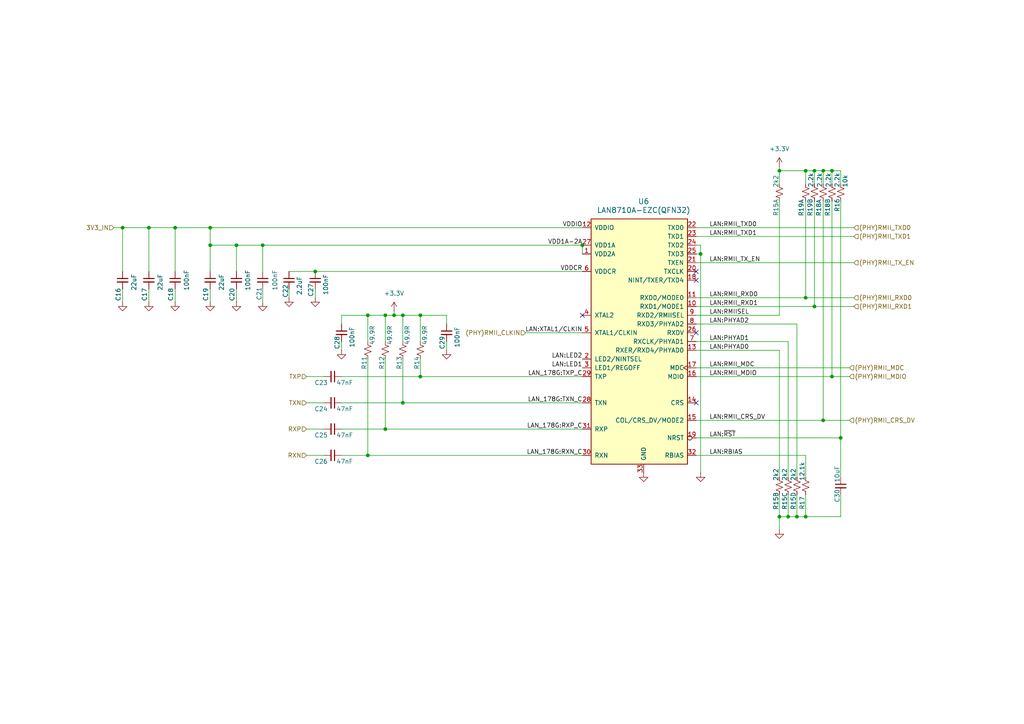
<source format=kicad_sch>
(kicad_sch (version 20231120) (generator "eeschema") (generator_version "8.0")
  (paper "A4")
  (lib_symbols
    (symbol "Device:C_Small" (pin_numbers hide) (pin_names (offset 0.254) hide)
      (property "Reference" "C" (at 0.254 1.778 0))
      (property "Value" "C_Small" (at 0.254 -2.032 0))
      (symbol "C_Small_0_1"
        (polyline (pts (xy -1.524 -0.508) (xy 1.524 -0.508)) (stroke (width 0.3302)))
        (polyline (pts (xy -1.524 0.508) (xy 1.524 0.508)) (stroke (width 0.3048)))
      )
      (symbol "C_Small_1_1"
        (pin passive line (at 0 2.54 270) (length 2.032) (name "~") (number "1"))
        (pin passive line (at 0 -2.54 90) (length 2.032) (name "~") (number "2"))
      )
    )
    (symbol "Device:R_Small_US" (pin_numbers hide) (pin_names (offset 0.254) hide)
      (property "Reference" "R" (at 0.762 0.508 0))
      (property "Value" "R_Small_US" (at 0.762 -1.016 0))
      (symbol "R_Small_US_1_1"
        (polyline (pts (xy 0 0) (xy 1.016 -0.381) (xy 0 -0.762) (xy -1.016 -1.143) (xy 0 -1.524)))
        (polyline (pts (xy 0 1.524) (xy 1.016 1.143) (xy 0 0.762) (xy -1.016 0.381) (xy 0 0)))
        (pin passive line (at 0 2.54 270) (length 1.016) (name "~") (number "1"))
        (pin passive line (at 0 -2.54 90) (length 1.016) (name "~") (number "2"))
      )
    )
    (symbol "ESP32-EVB_Rev_K1:LAN8710A-EZC(QFN32)" (pin_names (offset 1.016))
      (property "Reference" "U6" (at 0 40.64 0))
      (property "Value" "LAN8710A-EZC(QFN32)" (at 0 38.1 0))
      (symbol "LAN8710A-EZC(QFN32)_0_1"
        (rectangle (start -15.24 35.56) (end 12.7 -35.56) (stroke (width 0.254)) (fill (type background)))
      )
      (symbol "LAN8710A-EZC(QFN32)_1_1"
        (pin power_in line (at -17.78 25.4 0) (length 2.4892) (name "VDD2A") (number "1"))
        (pin bidirectional line (at 15.24 10.16 180) (length 2.4892) (name "RXD1/MODE1") (number "10"))
        (pin bidirectional line (at 15.24 12.7 180) (length 2.4892) (name "RXD0/MODE0") (number "11"))
        (pin power_in line (at -17.78 33.02 0) (length 2.4892) (name "VDDIO") (number "12"))
        (pin bidirectional line (at 15.24 -2.54 180) (length 2.4892) (name "RXER/RXD4/PHYAD0") (number "13"))
        (pin output line (at 15.24 -17.78 180) (length 2.4892) (name "CRS") (number "14"))
        (pin bidirectional line (at 15.24 -22.86 180) (length 2.4892) (name "COL/CRS_DV/MODE2") (number "15"))
        (pin bidirectional line (at 15.24 -10.16 180) (length 2.4892) (name "MDIO") (number "16"))
        (pin input clock (at 15.24 -7.62 180) (length 2.4892) (name "MDC") (number "17"))
        (pin bidirectional line (at 15.24 17.78 180) (length 2.4892) (name "NINT/TXER/TXD4") (number "18"))
        (pin input inverted (at 15.24 -27.94 180) (length 2.4892) (name "NRST") (number "19"))
        (pin bidirectional line (at -17.78 -5.08 0) (length 2.4892) (name "LED2/NINTSEL") (number "2"))
        (pin output line (at 15.24 20.32 180) (length 2.4892) (name "TXCLK") (number "20"))
        (pin input line (at 15.24 22.86 180) (length 2.4892) (name "TXEN") (number "21"))
        (pin input line (at 15.24 33.02 180) (length 2.4892) (name "TXD0") (number "22"))
        (pin input line (at 15.24 30.48 180) (length 2.4892) (name "TXD1") (number "23"))
        (pin input line (at 15.24 27.94 180) (length 2.4892) (name "TXD2") (number "24"))
        (pin input line (at 15.24 25.4 180) (length 2.4892) (name "TXD3") (number "25"))
        (pin output line (at 15.24 2.54 180) (length 2.4892) (name "RXDV") (number "26"))
        (pin power_in line (at -17.78 27.94 0) (length 2.4892) (name "VDD1A") (number "27"))
        (pin output line (at -17.78 -17.78 0) (length 2.4892) (name "TXN") (number "28"))
        (pin output line (at -17.78 -10.16 0) (length 2.4892) (name "TXP") (number "29"))
        (pin bidirectional line (at -17.78 -7.62 0) (length 2.4892) (name "LED1/REGOFF") (number "3"))
        (pin input line (at -17.78 -33.02 0) (length 2.4892) (name "RXN") (number "30"))
        (pin input line (at -17.78 -25.4 0) (length 2.4892) (name "RXP") (number "31"))
        (pin input line (at 15.24 -33.02 180) (length 2.4892) (name "RBIAS") (number "32"))
        (pin power_in line (at 0 -38.1 90) (length 2.4892) (name "GND") (number "33"))
        (pin output line (at -17.78 7.62 0) (length 2.4892) (name "XTAL2") (number "4"))
        (pin input line (at -17.78 2.54 0) (length 2.4892) (name "XTAL1/CLKIN") (number "5"))
        (pin power_in line (at -17.78 20.32 0) (length 2.4892) (name "VDDCR") (number "6"))
        (pin bidirectional line (at 15.24 0 180) (length 2.4892) (name "RXCLK/PHYAD1") (number "7"))
        (pin bidirectional line (at 15.24 5.08 180) (length 2.4892) (name "RXD3/PHYAD2") (number "8"))
        (pin bidirectional line (at 15.24 7.62 180) (length 2.4892) (name "RXD2/RMIISEL") (number "9"))
      )
    )
    (symbol "power:+3.3V" (power) (pin_numbers hide) (pin_names (offset 0) hide)
      (property "Value" "+3.3V" (at 0 3.556 0))
      (symbol "+3.3V_0_1"
        (polyline (pts (xy -0.762 1.27) (xy 0 2.54)))
        (polyline (pts (xy 0 0) (xy 0 2.54)))
        (polyline (pts (xy 0 2.54) (xy 0.762 1.27)))
      )
      (symbol "+3.3V_1_1"
        (pin power_in line (at 0 0 90) (length 0) (name "~") (number "1"))
      )
    )
    (symbol "power:GND" (power) (pin_numbers hide) (pin_names (offset 0) hide)
      (property "Value" "GND" (at 0 -3.81 0))
      (symbol "GND_0_1"
        (polyline (pts (xy 0 0) (xy 0 -1.27) (xy 1.27 -1.27) (xy 0 -2.54) (xy -1.27 -1.27) (xy 0 -1.27)))
      )
      (symbol "GND_1_1"
        (pin power_in line (at 0 0 270) (length 0) (name "~") (number "1"))
      )
    )
    (symbol "tlmModule:R_Pack_2_US" (pin_numbers hide) (pin_names (offset 0.254) hide)
      (property "Reference" "R" (at 0.762 0.508 0))
      (property "Value" "R_Pack_2_US" (at 0.762 -1.016 0))
      (symbol "R_Pack_2_US_1_1"
        (polyline (pts (xy 0 0) (xy 1.016 -0.381) (xy 0 -0.762) (xy -1.016 -1.143) (xy 0 -1.524)))
        (polyline (pts (xy 0 1.524) (xy 1.016 1.143) (xy 0 0.762) (xy -1.016 0.381) (xy 0 0)))
        (pin passive line (at 0 2.54 270) (length 1.016) (name "~") (number "1"))
        (pin passive line (at 0 -2.54 90) (length 1.016) (name "~") (number "2"))
      )
      (symbol "R_Pack_2_US_2_1"
        (polyline (pts (xy 0 0) (xy 1.016 -0.381) (xy 0 -0.762) (xy -1.016 -1.143) (xy 0 -1.524)))
        (polyline (pts (xy 0 1.524) (xy 1.016 1.143) (xy 0 0.762) (xy -1.016 0.381) (xy 0 0)))
        (pin passive line (at 0 2.54 270) (length 1.016) (name "~") (number "3"))
        (pin passive line (at 0 -2.54 90) (length 1.016) (name "~") (number "4"))
      )
    )
    (symbol "tlmModule:R_Pack_4_US" (pin_numbers hide) (pin_names (offset 0.254) hide)
      (property "Reference" "R" (at 0.762 0.508 0))
      (property "Value" "R_Pack_4_US" (at 0.762 -1.016 0))
      (symbol "R_Pack_4_US_1_1"
        (polyline (pts (xy 0 0) (xy 1.016 -0.381) (xy 0 -0.762) (xy -1.016 -1.143) (xy 0 -1.524)))
        (polyline (pts (xy 0 1.524) (xy 1.016 1.143) (xy 0 0.762) (xy -1.016 0.381) (xy 0 0)))
        (pin passive line (at 0 2.54 270) (length 1.016) (name "~") (number "1"))
        (pin passive line (at 0 -2.54 90) (length 1.016) (name "~") (number "2"))
      )
      (symbol "R_Pack_4_US_2_1"
        (polyline (pts (xy 0 0) (xy 1.016 -0.381) (xy 0 -0.762) (xy -1.016 -1.143) (xy 0 -1.524)))
        (polyline (pts (xy 0 1.524) (xy 1.016 1.143) (xy 0 0.762) (xy -1.016 0.381) (xy 0 0)))
        (pin passive line (at 0 2.54 270) (length 1.016) (name "~") (number "3"))
        (pin passive line (at 0 -2.54 90) (length 1.016) (name "~") (number "4"))
      )
      (symbol "R_Pack_4_US_3_1"
        (polyline (pts (xy 0 0) (xy 1.016 -0.381) (xy 0 -0.762) (xy -1.016 -1.143) (xy 0 -1.524)))
        (polyline (pts (xy 0 1.524) (xy 1.016 1.143) (xy 0 0.762) (xy -1.016 0.381) (xy 0 0)))
        (pin passive line (at 0 2.54 270) (length 1.016) (name "~") (number "5"))
        (pin passive line (at 0 -2.54 90) (length 1.016) (name "~") (number "6"))
      )
      (symbol "R_Pack_4_US_4_1"
        (polyline (pts (xy 0 0) (xy 1.016 -0.381) (xy 0 -0.762) (xy -1.016 -1.143) (xy 0 -1.524)))
        (polyline (pts (xy 0 1.524) (xy 1.016 1.143) (xy 0 0.762) (xy -1.016 0.381) (xy 0 0)))
        (pin passive line (at 0 2.54 270) (length 1.016) (name "~") (number "7"))
        (pin passive line (at 0 -2.54 90) (length 1.016) (name "~") (number "8"))
      )
    )
  )
  (junction (at 236.22 49.53))
  (junction (at 121.92 109.22))
  (junction (at 228.6 149.86))
  (junction (at 91.44 78.74))
  (junction (at 106.68 91.44))
  (junction (at 116.84 116.84))
  (junction (at 241.3 49.53))
  (junction (at 231.14 149.86))
  (junction (at 226.06 149.86))
  (junction (at 233.68 86.36))
  (junction (at 106.68 132.08))
  (junction (at 60.96 71.12))
  (junction (at 114.3 91.44))
  (junction (at 111.76 124.46))
  (junction (at 121.92 91.44))
  (junction (at 238.76 49.53))
  (junction (at 111.76 91.44))
  (junction (at 116.84 91.44))
  (junction (at 60.96 66.04))
  (junction (at 243.84 127))
  (junction (at 168.91 71.12))
  (junction (at 35.56 66.04))
  (junction (at 50.8 66.04))
  (junction (at 236.22 88.9))
  (junction (at 76.2 71.12))
  (junction (at 43.18 66.04))
  (junction (at 233.68 149.86))
  (junction (at 241.3 109.22))
  (junction (at 233.68 49.53))
  (junction (at 68.58 71.12))
  (junction (at 203.2 73.66))
  (junction (at 238.76 121.92))
  (junction (at 226.06 49.53))
  (no_connect (at 201.93 81.28))
  (no_connect (at 201.93 96.52))
  (no_connect (at 201.93 116.84))
  (no_connect (at 201.93 78.74))
  (no_connect (at 168.91 91.44))
  (wire (pts (xy 201.93 66.04) (xy 247.65 66.04)))
  (wire (pts (xy 236.22 88.9) (xy 247.65 88.9)))
  (wire (pts (xy 50.8 66.04) (xy 60.96 66.04)))
  (wire (pts (xy 243.84 149.86) (xy 233.68 149.86)))
  (wire (pts (xy 233.68 132.08) (xy 233.68 138.43)))
  (wire (pts (xy 201.93 76.2) (xy 247.65 76.2)))
  (wire (pts (xy 201.93 88.9) (xy 236.22 88.9)))
  (wire (pts (xy 233.68 53.34) (xy 233.68 49.53)))
  (wire (pts (xy 43.18 87.63) (xy 43.18 83.82)))
  (wire (pts (xy 60.96 66.04) (xy 168.91 66.04)))
  (wire (pts (xy 50.8 78.74) (xy 50.8 66.04)))
  (wire (pts (xy 233.68 86.36) (xy 247.65 86.36)))
  (wire (pts (xy 201.93 101.6) (xy 226.06 101.6)))
  (wire (pts (xy 99.06 109.22) (xy 121.92 109.22)))
  (wire (pts (xy 201.93 91.44) (xy 226.06 91.44)))
  (wire (pts (xy 231.14 138.43) (xy 231.14 93.98)))
  (wire (pts (xy 226.06 149.86) (xy 226.06 143.51)))
  (wire (pts (xy 43.18 66.04) (xy 50.8 66.04)))
  (wire (pts (xy 106.68 132.08) (xy 168.91 132.08)))
  (wire (pts (xy 111.76 99.06) (xy 111.76 91.44)))
  (wire (pts (xy 201.93 121.92) (xy 238.76 121.92)))
  (wire (pts (xy 236.22 58.42) (xy 236.22 88.9)))
  (wire (pts (xy 203.2 71.12) (xy 203.2 73.66)))
  (wire (pts (xy 60.96 87.63) (xy 60.96 83.82)))
  (wire (pts (xy 201.93 71.12) (xy 203.2 71.12)))
  (wire (pts (xy 243.84 138.43) (xy 243.84 127)))
  (wire (pts (xy 99.06 124.46) (xy 111.76 124.46)))
  (wire (pts (xy 241.3 53.34) (xy 241.3 49.53)))
  (wire (pts (xy 241.3 49.53) (xy 238.76 49.53)))
  (wire (pts (xy 114.3 91.44) (xy 111.76 91.44)))
  (wire (pts (xy 35.56 87.63) (xy 35.56 83.82)))
  (wire (pts (xy 35.56 78.74) (xy 35.56 66.04)))
  (wire (pts (xy 99.06 132.08) (xy 106.68 132.08)))
  (wire (pts (xy 116.84 91.44) (xy 121.92 91.44)))
  (wire (pts (xy 116.84 116.84) (xy 168.91 116.84)))
  (wire (pts (xy 201.93 127) (xy 243.84 127)))
  (wire (pts (xy 60.96 71.12) (xy 68.58 71.12)))
  (wire (pts (xy 201.93 86.36) (xy 233.68 86.36)))
  (wire (pts (xy 88.9 132.08) (xy 93.98 132.08)))
  (wire (pts (xy 201.93 132.08) (xy 233.68 132.08)))
  (wire (pts (xy 121.92 99.06) (xy 121.92 91.44)))
  (wire (pts (xy 228.6 138.43) (xy 228.6 99.06)))
  (wire (pts (xy 238.76 58.42) (xy 238.76 121.92)))
  (wire (pts (xy 233.68 143.51) (xy 233.68 149.86)))
  (wire (pts (xy 50.8 87.63) (xy 50.8 83.82)))
  (wire (pts (xy 238.76 49.53) (xy 236.22 49.53)))
  (wire (pts (xy 116.84 104.14) (xy 116.84 116.84)))
  (wire (pts (xy 76.2 87.63) (xy 76.2 83.82)))
  (wire (pts (xy 243.84 53.34) (xy 243.84 49.53)))
  (wire (pts (xy 116.84 91.44) (xy 116.84 99.06)))
  (wire (pts (xy 111.76 91.44) (xy 106.68 91.44)))
  (wire (pts (xy 35.56 66.04) (xy 43.18 66.04)))
  (wire (pts (xy 99.06 101.6) (xy 99.06 99.06)))
  (wire (pts (xy 91.44 78.74) (xy 168.91 78.74)))
  (wire (pts (xy 152.4 96.52) (xy 168.91 96.52)))
  (wire (pts (xy 76.2 71.12) (xy 168.91 71.12)))
  (wire (pts (xy 60.96 78.74) (xy 60.96 71.12)))
  (wire (pts (xy 106.68 99.06) (xy 106.68 91.44)))
  (wire (pts (xy 91.44 86.36) (xy 91.44 83.82)))
  (wire (pts (xy 228.6 143.51) (xy 228.6 149.86)))
  (wire (pts (xy 226.06 153.67) (xy 226.06 149.86)))
  (wire (pts (xy 231.14 149.86) (xy 233.68 149.86)))
  (wire (pts (xy 236.22 53.34) (xy 236.22 49.53)))
  (wire (pts (xy 238.76 121.92) (xy 246.38 121.92)))
  (wire (pts (xy 76.2 78.74) (xy 76.2 71.12)))
  (wire (pts (xy 201.93 99.06) (xy 228.6 99.06)))
  (wire (pts (xy 226.06 48.26) (xy 226.06 49.53)))
  (wire (pts (xy 111.76 104.14) (xy 111.76 124.46)))
  (wire (pts (xy 106.68 104.14) (xy 106.68 132.08)))
  (wire (pts (xy 43.18 78.74) (xy 43.18 66.04)))
  (wire (pts (xy 226.06 58.42) (xy 226.06 91.44)))
  (wire (pts (xy 236.22 49.53) (xy 233.68 49.53)))
  (wire (pts (xy 203.2 73.66) (xy 203.2 137.16)))
  (wire (pts (xy 231.14 149.86) (xy 228.6 149.86)))
  (wire (pts (xy 201.93 93.98) (xy 231.14 93.98)))
  (wire (pts (xy 68.58 87.63) (xy 68.58 83.82)))
  (wire (pts (xy 201.93 106.68) (xy 246.38 106.68)))
  (wire (pts (xy 83.82 86.36) (xy 83.82 83.82)))
  (wire (pts (xy 68.58 78.74) (xy 68.58 71.12)))
  (wire (pts (xy 226.06 49.53) (xy 233.68 49.53)))
  (wire (pts (xy 168.91 73.66) (xy 168.91 71.12)))
  (wire (pts (xy 129.54 101.6) (xy 129.54 99.06)))
  (wire (pts (xy 241.3 58.42) (xy 241.3 109.22)))
  (wire (pts (xy 88.9 116.84) (xy 93.98 116.84)))
  (wire (pts (xy 243.84 58.42) (xy 243.84 127)))
  (wire (pts (xy 226.06 49.53) (xy 226.06 53.34)))
  (wire (pts (xy 111.76 124.46) (xy 168.91 124.46)))
  (wire (pts (xy 121.92 109.22) (xy 168.91 109.22)))
  (wire (pts (xy 201.93 109.22) (xy 241.3 109.22)))
  (wire (pts (xy 60.96 66.04) (xy 60.96 71.12)))
  (wire (pts (xy 228.6 149.86) (xy 226.06 149.86)))
  (wire (pts (xy 88.9 124.46) (xy 93.98 124.46)))
  (wire (pts (xy 129.54 91.44) (xy 121.92 91.44)))
  (wire (pts (xy 114.3 90.17) (xy 114.3 91.44)))
  (wire (pts (xy 241.3 109.22) (xy 246.38 109.22)))
  (wire (pts (xy 243.84 143.51) (xy 243.84 149.86)))
  (wire (pts (xy 201.93 68.58) (xy 247.65 68.58)))
  (wire (pts (xy 99.06 93.98) (xy 99.06 91.44)))
  (wire (pts (xy 243.84 49.53) (xy 241.3 49.53)))
  (wire (pts (xy 201.93 73.66) (xy 203.2 73.66)))
  (wire (pts (xy 231.14 143.51) (xy 231.14 149.86)))
  (wire (pts (xy 129.54 93.98) (xy 129.54 91.44)))
  (wire (pts (xy 114.3 91.44) (xy 116.84 91.44)))
  (wire (pts (xy 99.06 91.44) (xy 106.68 91.44)))
  (wire (pts (xy 233.68 58.42) (xy 233.68 86.36)))
  (wire (pts (xy 68.58 71.12) (xy 76.2 71.12)))
  (wire (pts (xy 226.06 101.6) (xy 226.06 138.43)))
  (wire (pts (xy 88.9 109.22) (xy 93.98 109.22)))
  (wire (pts (xy 238.76 53.34) (xy 238.76 49.53)))
  (wire (pts (xy 121.92 104.14) (xy 121.92 109.22)))
  (wire (pts (xy 33.02 66.04) (xy 35.56 66.04)))
  (wire (pts (xy 99.06 116.84) (xy 116.84 116.84)))
  (wire (pts (xy 83.82 78.74) (xy 91.44 78.74)))
  (label "LAN:PHYAD2" (at 205.74 93.98 0))
  (label "LAN:PHYAD1" (at 205.74 99.06 0))
  (label "VDDIO" (at 168.91 66.04 180))
  (label "LAN_178G:RXN_C" (at 168.91 132.08 180))
  (label "LAN:RMII_TXD1" (at 205.74 68.58 0))
  (label "LAN:RMII_MDIO" (at 205.74 109.22 0))
  (label "LAN:RMII_TX_EN" (at 205.74 76.2 0))
  (label "LAN:RMII_MDC" (at 205.74 106.68 0))
  (label "LAN:RMII_CRS_DV" (at 205.74 121.92 0))
  (label "LAN:RMII_TXD0" (at 205.74 66.04 0))
  (label "LAN:~{RST}" (at 205.74 127 0))
  (label "LAN:RBIAS" (at 205.74 132.08 0))
  (label "LAN_178G:TXP_C" (at 168.91 109.22 180))
  (label "LAN:RMII_RXD0" (at 205.74 86.36 0))
  (label "LAN:RMII_RXD1" (at 205.74 88.9 0))
  (label "LAN:RMIISEL" (at 205.74 91.44 0))
  (label "LAN:LED1" (at 168.91 106.68 180))
  (label "LAN:XTAL1{slash}CLKIN" (at 168.91 96.52 180))
  (label "LAN:PHYAD0" (at 205.74 101.6 0))
  (label "LAN:LED2" (at 168.91 104.14 180))
  (label "VDD1A-2A" (at 168.91 71.12 180))
  (label "VDDCR" (at 168.91 78.74 180))
  (label "LAN_178G:RXP_C" (at 168.91 124.46 180))
  (label "LAN_178G:TXN_C" (at 168.91 116.84 180))
  (hierarchical_label "RXP" (shape input) (at 88.9 124.46 180))
  (hierarchical_label "RXN" (shape input) (at 88.9 132.08 180))
  (hierarchical_label "3V3_IN" (shape input) (at 33.02 66.04 180))
  (hierarchical_label "TXP" (shape input) (at 88.9 109.22 180))
  (hierarchical_label "(PHY)RMII_TXD1" (shape input) (at 247.65 68.58 0))
  (hierarchical_label "(PHY)RMII_TXD0" (shape input) (at 247.65 66.04 0))
  (hierarchical_label "(PHY)RMII_MDC" (shape input) (at 246.38 106.68 0))
  (hierarchical_label "(PHY)RMII_RXD0" (shape input) (at 247.65 86.36 0))
  (hierarchical_label "(PHY)RMII_RXD1" (shape input) (at 247.65 88.9 0))
  (hierarchical_label "TXN" (shape input) (at 88.9 116.84 180))
  (hierarchical_label "(PHY)RMII_MDIO" (shape input) (at 246.38 109.22 0))
  (hierarchical_label "(PHY)RMII_CRS_DV" (shape input) (at 246.38 121.92 0))
  (hierarchical_label "(PHY)RMII_TX_EN" (shape input) (at 247.65 76.2 0))
  (hierarchical_label "(PHY)RMII_CLKIN" (shape input) (at 152.4 96.52 180))
  (symbol (lib_id "power:GND") (at 43.18 87.63 0) (unit 1)
    (property "Reference" "#PWR031" (effects (hide yes)))
    (property "Value" "GND" (effects (hide yes)))
    (property "Description" "Power symbol creates a global label with name \"GND\" , ground" (effects (hide yes)))
  )
  (symbol (lib_id "tlmModule:R_Pack_2_US") (at 238.76 55.88 0) (unit 1)
    (property "Reference" "R18" (at 237.49 62.738 90) (effects (justify left)))
    (property "Value" "2.2k" (at 240.284 54.356 90) (effects (justify left)))
    (property "Description" "Resistor, small US symbol" (effects (hide yes)))
  )
  (symbol (lib_id "Device:R_Small_US") (at 233.68 140.97 0) (unit 1)
    (property "Reference" "R17" (at 232.664 147.828 90) (effects (justify left)))
    (property "Value" "12.1k" (at 232.664 139.446 90) (effects (justify left)))
    (property "Description" "Resistor, small US symbol" (effects (hide yes)))
  )
  (symbol (lib_id "power:GND") (at 60.96 87.63 0) (unit 1)
    (property "Reference" "#PWR033" (effects (hide yes)))
    (property "Value" "GND" (effects (hide yes)))
    (property "Description" "Power symbol creates a global label with name \"GND\" , ground" (effects (hide yes)))
  )
  (symbol (lib_id "power:GND") (at 91.44 86.36 0) (unit 1)
    (property "Reference" "#PWR037" (effects (hide yes)))
    (property "Value" "GND" (effects (hide yes)))
    (property "Description" "Power symbol creates a global label with name \"GND\" , ground" (effects (hide yes)))
  )
  (symbol (lib_id "Device:R_Small_US") (at 121.92 101.6 0) (unit 1)
    (property "Reference" "R14" (at 120.904 107.188 90) (effects (justify left)))
    (property "Value" "49.9R" (at 123.19 100.076 90) (effects (justify left)))
    (property "Description" "Resistor, small US symbol" (effects (hide yes)))
  )
  (symbol (lib_id "power:GND") (at 76.2 87.63 0) (unit 1)
    (property "Reference" "#PWR035" (effects (hide yes)))
    (property "Value" "GND" (effects (hide yes)))
    (property "Description" "Power symbol creates a global label with name \"GND\" , ground" (effects (hide yes)))
  )
  (symbol (lib_id "Device:C_Small") (at 96.52 124.46 270) (mirror x) (unit 1)
    (property "Reference" "C25" (at 91.186 126.238 90) (effects (justify left)))
    (property "Value" "47nF" (at 97.536 126.238 90) (effects (justify left)))
    (property "Description" "Unpolarized capacitor, small symbol" (effects (hide yes)))
  )
  (symbol (lib_id "power:GND") (at 99.06 101.6 0) (unit 1)
    (property "Reference" "#PWR038" (effects (hide yes)))
    (property "Value" "GND" (effects (hide yes)))
    (property "Description" "Power symbol creates a global label with name \"GND\" , ground" (effects (hide yes)))
  )
  (symbol (lib_id "tlmModule:R_Pack_2_US") (at 236.22 55.88 0) (unit 2)
    (property "Reference" "R19" (at 234.95 62.738 90) (effects (justify left)))
    (property "Value" "2.2k" (at 237.744 54.356 90) (effects (justify left)))
    (property "Description" "Resistor, small US symbol" (effects (hide yes)))
  )
  (symbol (lib_id "power:GND") (at 68.58 87.63 0) (unit 1)
    (property "Reference" "#PWR034" (effects (hide yes)))
    (property "Value" "GND" (effects (hide yes)))
    (property "Description" "Power symbol creates a global label with name \"GND\" , ground" (effects (hide yes)))
  )
  (symbol (lib_id "Device:R_Small_US") (at 116.84 101.6 0) (unit 1)
    (property "Reference" "R13" (at 115.824 107.188 90) (effects (justify left)))
    (property "Value" "49.9R" (at 118.11 100.076 90) (effects (justify left)))
    (property "Description" "Resistor, small US symbol" (effects (hide yes)))
  )
  (symbol (lib_id "tlmModule:R_Pack_2_US") (at 233.68 55.88 0) (unit 1)
    (property "Reference" "R19" (at 232.41 62.738 90) (effects (justify left)))
    (property "Value" "2.2k" (at 235.204 54.356 90) (effects (justify left)))
    (property "Description" "Resistor, small US symbol" (effects (hide yes)))
  )
  (symbol (lib_id "power:GND") (at 83.82 86.36 0) (unit 1)
    (property "Reference" "#PWR036" (effects (hide yes)))
    (property "Value" "GND" (effects (hide yes)))
    (property "Description" "Power symbol creates a global label with name \"GND\" , ground" (effects (hide yes)))
  )
  (symbol (lib_id "Device:R_Small_US") (at 106.68 101.6 0) (unit 1)
    (property "Reference" "R11" (at 105.664 107.188 90) (effects (justify left)))
    (property "Value" "49.9R" (at 107.95 100.076 90) (effects (justify left)))
    (property "Description" "Resistor, small US symbol" (effects (hide yes)))
  )
  (symbol (lib_id "Device:C_Small") (at 96.52 116.84 270) (mirror x) (unit 1)
    (property "Reference" "C24" (at 91.186 118.618 90) (effects (justify left)))
    (property "Value" "47nF" (at 97.536 118.618 90) (effects (justify left)))
    (property "Description" "Unpolarized capacitor, small symbol" (effects (hide yes)))
  )
  (symbol (lib_id "Device:R_Small_US") (at 111.76 101.6 0) (unit 1)
    (property "Reference" "R12" (at 110.744 107.188 90) (effects (justify left)))
    (property "Value" "49.9R" (at 113.03 100.076 90) (effects (justify left)))
    (property "Description" "Resistor, small US symbol" (effects (hide yes)))
  )
  (symbol (lib_id "Device:C_Small") (at 96.52 109.22 270) (mirror x) (unit 1)
    (property "Reference" "C23" (at 91.186 110.998 90) (effects (justify left)))
    (property "Value" "47nF" (at 97.536 110.998 90) (effects (justify left)))
    (property "Description" "Unpolarized capacitor, small symbol" (effects (hide yes)))
  )
  (symbol (lib_id "ESP32-EVB_Rev_K1:LAN8710A-EZC(QFN32)") (at 186.69 99.06 0) (unit 1)
    (property "Reference" "U6" (at 186.69 58.42 0) (effects (font (size 1.524 1.524))))
    (property "Value" "LAN8710A-EZC(QFN32)" (at 186.69 60.96 0) (effects (font (size 1.524 1.524))))
  )
  (symbol (lib_id "Device:R_Small_US") (at 243.84 55.88 0) (unit 1)
    (property "Reference" "R16" (at 242.824 61.468 90) (effects (justify left)))
    (property "Value" "10k" (at 245.11 54.356 90) (effects (justify left)))
    (property "Description" "Resistor, small US symbol" (effects (hide yes)))
  )
  (symbol (lib_id "power:GND") (at 129.54 101.6 0) (unit 1)
    (property "Reference" "#PWR040" (effects (hide yes)))
    (property "Value" "GND" (effects (hide yes)))
    (property "Description" "Power symbol creates a global label with name \"GND\" , ground" (effects (hide yes)))
  )
  (symbol (lib_id "Device:C_Small") (at 243.84 140.97 0) (unit 1)
    (property "Reference" "C30" (at 242.824 145.796 90) (effects (justify left)))
    (property "Value" "10uF" (at 242.824 139.954 90) (effects (justify left)))
    (property "Description" "Unpolarized capacitor, small symbol" (effects (hide yes)))
  )
  (symbol (lib_id "power:GND") (at 226.06 153.67 0) (unit 1)
    (property "Reference" "#PWR045" (effects (hide yes)))
    (property "Value" "GND" (effects (hide yes)))
    (property "Description" "Power symbol creates a global label with name \"GND\" , ground" (effects (hide yes)))
  )
  (symbol (lib_id "Device:C_Small") (at 91.44 81.28 0) (unit 1)
    (property "Reference" "C27" (at 90.17 86.106 90) (effects (justify left)))
    (property "Value" "100nF" (at 94.488 85.598 90) (effects (justify left)))
    (property "Description" "Unpolarized capacitor, small symbol" (effects (hide yes)))
  )
  (symbol (lib_id "power:GND") (at 35.56 87.63 0) (unit 1)
    (property "Reference" "#PWR030" (effects (hide yes)))
    (property "Value" "GND" (effects (hide yes)))
    (property "Description" "Power symbol creates a global label with name \"GND\" , ground" (effects (hide yes)))
  )
  (symbol (lib_id "Device:C_Small") (at 96.52 132.08 270) (mirror x) (unit 1)
    (property "Reference" "C26" (at 91.186 133.858 90) (effects (justify left)))
    (property "Value" "47nF" (at 97.536 133.858 90) (effects (justify left)))
    (property "Description" "Unpolarized capacitor, small symbol" (effects (hide yes)))
  )
  (symbol (lib_id "tlmModule:R_Pack_2_US") (at 241.3 55.88 0) (unit 2)
    (property "Reference" "R18" (at 240.03 62.738 90) (effects (justify left)))
    (property "Value" "2.2k" (at 242.824 54.356 90) (effects (justify left)))
    (property "Description" "Resistor, small US symbol" (effects (hide yes)))
  )
  (symbol (lib_id "Device:C_Small") (at 76.2 81.28 0) (unit 1)
    (property "Reference" "C21" (at 75.184 87.122 90) (effects (justify left)))
    (property "Value" "100nF" (at 79.756 84.328 90) (effects (justify left)))
    (property "Description" "Unpolarized capacitor, small symbol" (effects (hide yes)))
  )
  (symbol (lib_id "power:GND") (at 203.2 137.16 0) (unit 1)
    (property "Reference" "#PWR042" (effects (hide yes)))
    (property "Value" "GND" (effects (hide yes)))
    (property "Description" "Power symbol creates a global label with name \"GND\" , ground" (effects (hide yes)))
  )
  (symbol (lib_id "power:GND") (at 50.8 87.63 0) (unit 1)
    (property "Reference" "#PWR032" (effects (hide yes)))
    (property "Value" "GND" (effects (hide yes)))
    (property "Description" "Power symbol creates a global label with name \"GND\" , ground" (effects (hide yes)))
  )
  (symbol (lib_id "Device:C_Small") (at 50.8 81.28 0) (unit 1)
    (property "Reference" "C18" (at 49.53 87.376 90) (effects (justify left)))
    (property "Value" "100nF" (at 54.102 84.328 90) (effects (justify left)))
    (property "Description" "Unpolarized capacitor, small symbol" (effects (hide yes)))
  )
  (symbol (lib_id "tlmModule:R_Pack_4_US") (at 226.06 140.97 180) (unit 2)
    (property "Reference" "R15" (at 225.044 145.288 90))
    (property "Value" "2k2" (at 225.044 137.668 90))
    (property "Description" "Resistor, small US symbol" (effects (hide yes)))
  )
  (symbol (lib_id "power:GND") (at 186.69 137.16 0) (unit 1)
    (property "Reference" "#PWR041" (effects (hide yes)))
    (property "Value" "GND" (effects (hide yes)))
    (property "Description" "Power symbol creates a global label with name \"GND\" , ground" (effects (hide yes)))
  )
  (symbol (lib_id "Device:C_Small") (at 83.82 81.28 0) (unit 1)
    (property "Reference" "C22" (at 82.804 86.36 90) (effects (justify left)))
    (property "Value" "2.2uF" (at 86.868 85.598 90) (effects (justify left)))
    (property "Description" "Unpolarized capacitor, small symbol" (effects (hide yes)))
  )
  (symbol (lib_id "Device:C_Small") (at 35.56 81.28 0) (unit 1)
    (property "Reference" "C16" (at 34.29 87.376 90) (effects (justify left)))
    (property "Value" "22uF" (at 38.862 84.328 90) (effects (justify left)))
    (property "Description" "Unpolarized capacitor, small symbol" (effects (hide yes)))
  )
  (symbol (lib_id "Device:C_Small") (at 129.54 96.52 0) (unit 1)
    (property "Reference" "C29" (at 128.27 101.346 90) (effects (justify left)))
    (property "Value" "100nF" (at 132.588 100.838 90) (effects (justify left)))
    (property "Description" "Unpolarized capacitor, small symbol" (effects (hide yes)))
  )
  (symbol (lib_id "Device:C_Small") (at 68.58 81.28 0) (unit 1)
    (property "Reference" "C20" (at 67.31 87.376 90) (effects (justify left)))
    (property "Value" "100nF" (at 71.882 84.328 90) (effects (justify left)))
    (property "Description" "Unpolarized capacitor, small symbol" (effects (hide yes)))
  )
  (symbol (lib_id "tlmModule:R_Pack_4_US") (at 228.6 140.97 180) (unit 3)
    (property "Reference" "R15" (at 227.584 145.288 90))
    (property "Value" "2k2" (at 227.584 137.668 90))
    (property "Description" "Resistor, small US symbol" (effects (hide yes)))
  )
  (symbol (lib_id "Device:C_Small") (at 43.18 81.28 0) (unit 1)
    (property "Reference" "C17" (at 41.91 87.376 90) (effects (justify left)))
    (property "Value" "22uF" (at 46.482 84.328 90) (effects (justify left)))
    (property "Description" "Unpolarized capacitor, small symbol" (effects (hide yes)))
  )
  (symbol (lib_id "tlmModule:R_Pack_4_US") (at 226.06 55.88 180) (unit 1)
    (property "Reference" "R15" (at 225.044 60.198 90))
    (property "Value" "2k2" (at 225.044 52.578 90))
    (property "Description" "Resistor, small US symbol" (effects (hide yes)))
  )
  (symbol (lib_id "tlmModule:R_Pack_4_US") (at 231.14 140.97 180) (unit 4)
    (property "Reference" "R15" (at 230.124 145.288 90))
    (property "Value" "2k2" (at 230.124 137.668 90))
    (property "Description" "Resistor, small US symbol" (effects (hide yes)))
  )
  (symbol (lib_id "power:+3.3V") (at 114.3 90.17 0) (unit 1)
    (property "Reference" "#PWR039" (effects (hide yes)))
    (property "Value" "+3.3V" (at 114.3 85.09 0))
    (property "Description" "Power symbol creates a global label with name \"+3.3V\"" (effects (hide yes)))
  )
  (symbol (lib_id "Device:C_Small") (at 60.96 81.28 0) (unit 1)
    (property "Reference" "C19" (at 59.69 87.376 90) (effects (justify left)))
    (property "Value" "22uF" (at 64.262 84.328 90) (effects (justify left)))
    (property "Description" "Unpolarized capacitor, small symbol" (effects (hide yes)))
  )
  (symbol (lib_id "power:+3.3V") (at 226.06 48.26 0) (unit 1)
    (property "Reference" "#PWR043" (effects (hide yes)))
    (property "Value" "+3.3V" (at 226.06 43.18 0))
    (property "Description" "Power symbol creates a global label with name \"+3.3V\"" (effects (hide yes)))
  )
  (symbol (lib_id "Device:C_Small") (at 99.06 96.52 0) (unit 1)
    (property "Reference" "C28" (at 97.79 101.346 90) (effects (justify left)))
    (property "Value" "100nF" (at 102.108 100.838 90) (effects (justify left)))
    (property "Description" "Unpolarized capacitor, small symbol" (effects (hide yes)))
  )
)
</source>
